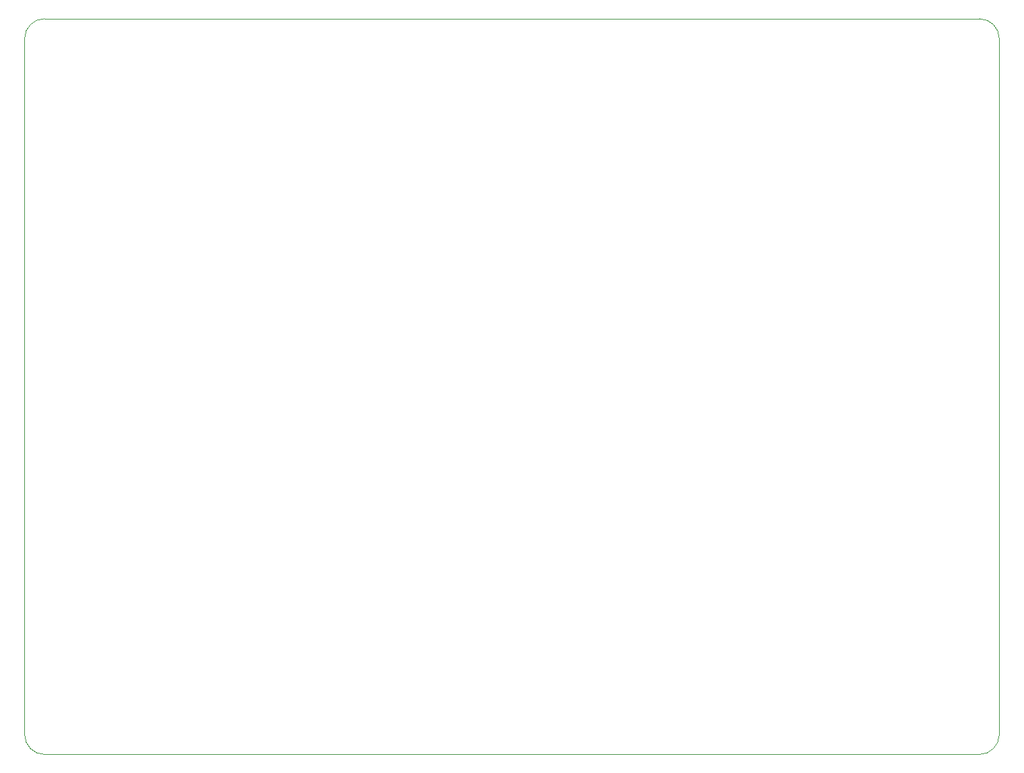
<source format=gm1>
G04 #@! TF.GenerationSoftware,KiCad,Pcbnew,(5.1.10)-1*
G04 #@! TF.CreationDate,2022-04-05T17:30:23-07:00*
G04 #@! TF.ProjectId,RacingTeam,52616369-6e67-4546-9561-6d2e6b696361,rev?*
G04 #@! TF.SameCoordinates,Original*
G04 #@! TF.FileFunction,Profile,NP*
%FSLAX46Y46*%
G04 Gerber Fmt 4.6, Leading zero omitted, Abs format (unit mm)*
G04 Created by KiCad (PCBNEW (5.1.10)-1) date 2022-04-05 17:30:23*
%MOMM*%
%LPD*%
G01*
G04 APERTURE LIST*
G04 #@! TA.AperFunction,Profile*
%ADD10C,0.050000*%
G04 #@! TD*
G04 APERTURE END LIST*
D10*
X109500000Y-33500000D02*
X109500000Y-121000000D01*
X232000000Y-33500000D02*
X232000000Y-121000000D01*
X112000000Y-31000000D02*
X229500000Y-31000000D01*
X229500000Y-123500000D02*
X112000000Y-123500000D01*
X229500000Y-31000000D02*
G75*
G02*
X232000000Y-33500000I0J-2500000D01*
G01*
X109500000Y-33500000D02*
G75*
G02*
X112000000Y-31000000I2500000J0D01*
G01*
X112000000Y-123500000D02*
G75*
G02*
X109500000Y-121000000I0J2500000D01*
G01*
X232000000Y-121000000D02*
G75*
G02*
X229500000Y-123500000I-2500000J0D01*
G01*
M02*

</source>
